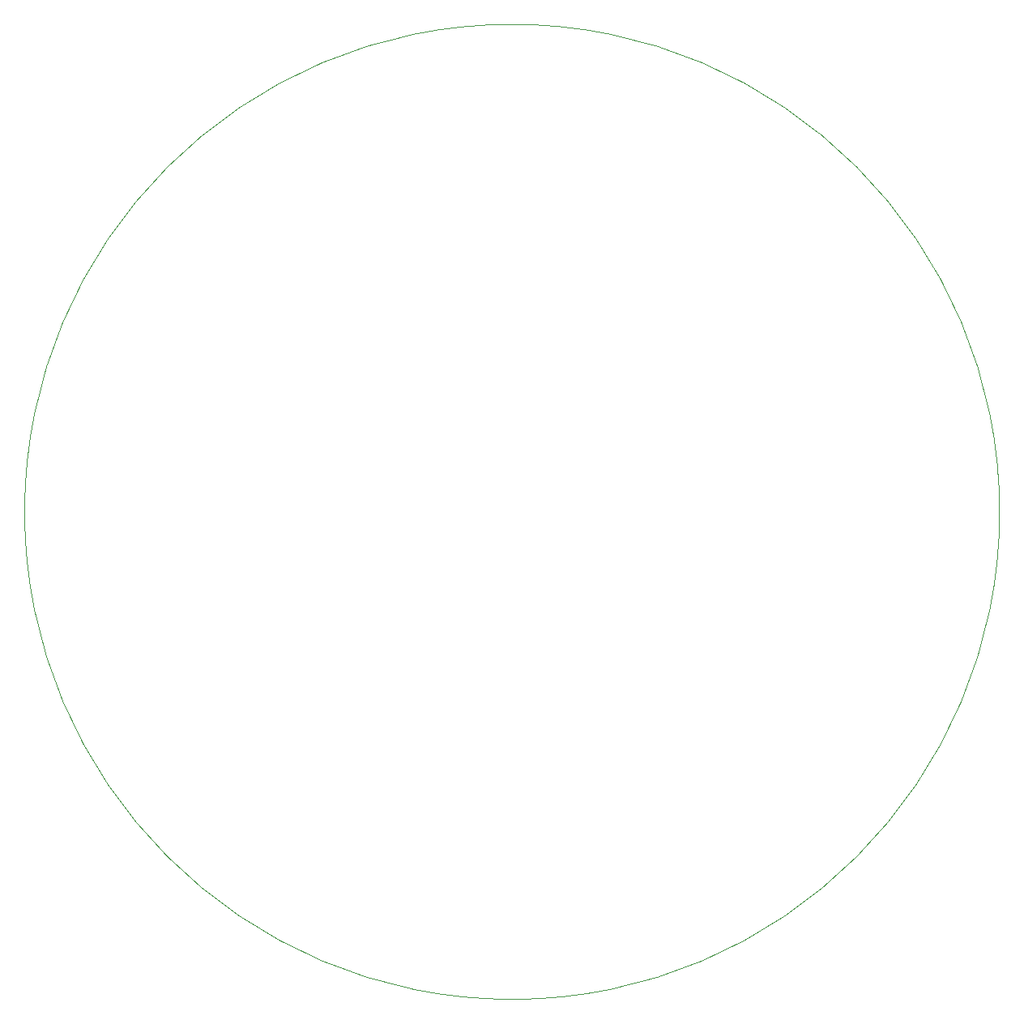
<source format=gbr>
%TF.GenerationSoftware,KiCad,Pcbnew,(5.1.6-0-10_14)*%
%TF.CreationDate,2021-08-28T18:32:45-05:00*%
%TF.ProjectId,atmega2560_led_driver,61746d65-6761-4323-9536-305f6c65645f,rev?*%
%TF.SameCoordinates,Original*%
%TF.FileFunction,Profile,NP*%
%FSLAX46Y46*%
G04 Gerber Fmt 4.6, Leading zero omitted, Abs format (unit mm)*
G04 Created by KiCad (PCBNEW (5.1.6-0-10_14)) date 2021-08-28 18:32:45*
%MOMM*%
%LPD*%
G01*
G04 APERTURE LIST*
%TA.AperFunction,Profile*%
%ADD10C,0.050000*%
%TD*%
G04 APERTURE END LIST*
D10*
X205128273Y-105410000D02*
G75*
G03*
X205128273Y-105410000I-50950273J0D01*
G01*
M02*

</source>
